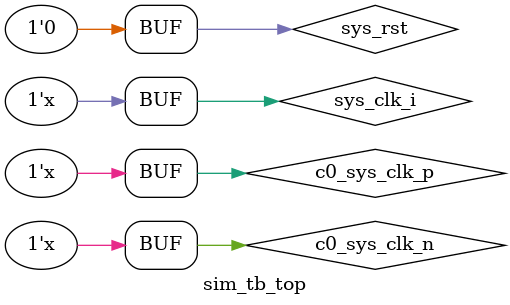
<source format=sv>


/******************************************************************************
// (c) Copyright 2013 - 2014 Xilinx, Inc. All rights reserved.
//
// This file contains confidential and proprietary information
// of Xilinx, Inc. and is protected under U.S. and
// international copyright and other intellectual property
// laws.
//
// DISCLAIMER
// This disclaimer is not a license and does not grant any
// rights to the materials distributed herewith. Except as
// otherwise provided in a valid license issued to you by
// Xilinx, and to the maximum extent permitted by applicable
// law: (1) THESE MATERIALS ARE MADE AVAILABLE "AS IS" AND
// WITH ALL FAULTS, AND XILINX HEREBY DISCLAIMS ALL WARRANTIES
// AND CONDITIONS, EXPRESS, IMPLIED, OR STATUTORY, INCLUDING
// BUT NOT LIMITED TO WARRANTIES OF MERCHANTABILITY, NON-
// INFRINGEMENT, OR FITNESS FOR ANY PARTICULAR PURPOSE; and
// (2) Xilinx shall not be liable (whether in contract or tort,
// including negligence, or under any other theory of
// liability) for any loss or damage of any kind or nature
// related to, arising under or in connection with these
// materials, including for any direct, or any indirect,
// special, incidental, or consequential loss or damage
// (including loss of data, profits, goodwill, or any type of
// loss or damage suffered as a result of any action brought
// by a third party) even if such damage or loss was
// reasonably foreseeable or Xilinx had been advised of the
// possibility of the same.
//
// CRITICAL APPLICATIONS
// Xilinx products are not designed or intended to be fail-
// safe, or for use in any application requiring fail-safe
// performance, such as life-support or safety devices or
// systems, Class III medical devices, nuclear facilities,
// applications related to the deployment of airbags, or any
// other applications that could lead to death, personal
// injury, or severe property or environmental damage
// (individually and collectively, "Critical
// Applications"). Customer assumes the sole risk and
// liability of any use of Xilinx products in Critical
// Applications, subject only to applicable laws and
// regulations governing limitations on product liability.
//
// THIS COPYRIGHT NOTICE AND DISCLAIMER MUST BE RETAINED AS
// PART OF THIS FILE AT ALL TIMES.
******************************************************************************/
//   ____  ____
//  /   /\/   /
// /___/  \  /    Vendor             : Xilinx
// \   \   \/     Version            : 1.2
//  \   \         Application        : QDRIV
//  /   /         Filename           : sim_tb_top.sv
// /___/   /\     Date Last Modified : $Date: 2014/09/03 $
// \   \  /  \    Date Created       : Thu Apr 18 2013
//  \___\/\___\
//
// Device           : UltraScale
// Design Name      : QDRIV_SRAM
// Purpose          :
//                   Top-level testbench for testing Memory interface.
//                   Instantiates:
//                     1. IP_TOP (top-level representing FPGA, contains core,
//                        clocking, built-in testbench/memory checker and other
//                        support structures)
//                     2. Memory Model
//                     3. Miscellaneous clock generation and reset logic
// Reference        :
// Revision History :
//*****************************************************************************

`timescale 1ps/1ps

`ifdef XILINX_SIMULATOR
module short(in1, in1);
inout in1;
endmodule
`endif

module sim_tb_top;

// Input clock period
  localparam NUM_DEVICES      = 1;
  localparam MEM_DEVICE_WIDTH = 36;
  localparam BURST_LEN        = 2;
  localparam ADDR_WIDTH       = 21;
  localparam DATA_WIDTH       = 36;
  localparam MEM_LATENCY      = "8";
  localparam APP_DATA_WIDTH   = 288;
  localparam APP_ADDR_WIDTH   = 21;
  localparam CLKIN_PERIOD     = 14259;
  localparam tCK              = 938;


reg                       sys_rst;
reg                       sys_clk_i;


wire          c0_sys_clk_p;
wire          c0_sys_clk_n;
wire [NUM_DEVICES -1:0]    c0_qdriv_ck_p;
wire [NUM_DEVICES -1:0]    c0_qdriv_ck_n;
wire [ADDR_WIDTH -1 :0 ]   c0_qdriv_a;
wire                       c0_qdriv_ainv;
wire                       c0_qdriv_lda_n;
wire                       c0_qdriv_ldb_n;
wire                       c0_qdriv_rwa_n;
wire                       c0_qdriv_rwb_n;
wire                       c0_qdriv_ap;
wire                       c0_qdriv_pe_n;
wire                       c0_qdriv_cfg_n;
wire                       c0_qdriv_rst_n;
wire                       c0_qdriv_lbk0_n;
wire                       c0_qdriv_lbk1_n;
wire [(NUM_DEVICES*2)-1:0] c0_qdriv_dka_p;
wire [(NUM_DEVICES*2)-1:0] c0_qdriv_dka_n;
wire [(NUM_DEVICES*2)-1:0] c0_qdriv_dkb_p;
wire [(NUM_DEVICES*2)-1:0] c0_qdriv_dkb_n;
wire [(NUM_DEVICES*2)-1:0] c0_qdriv_qka_p;
wire [(NUM_DEVICES*2)-1:0] c0_qdriv_qka_n;
wire [(NUM_DEVICES*2)-1:0] c0_qdriv_qkb_p;
wire [(NUM_DEVICES*2)-1:0] c0_qdriv_qkb_n;
reg [(NUM_DEVICES*2)-1:0] c0_qdriv_qka_p_delay;
reg [(NUM_DEVICES*2)-1:0] c0_qdriv_qka_n_delay;
reg [(NUM_DEVICES*2)-1:0] c0_qdriv_qkb_p_delay;
reg [(NUM_DEVICES*2)-1:0] c0_qdriv_qkb_n_delay;
wire [DATA_WIDTH -1 :0]    c0_qdriv_dqa;
wire [DATA_WIDTH -1 :0]    c0_qdriv_dqb;
//wire [(NUM_DEVICES*2)-1:0] c0_qdriv_dinva;
//wire [(NUM_DEVICES*2)-1:0] c0_qdriv_dinvb;
wire [(NUM_DEVICES*2)-1:0] c0_qdriv_qvlda;
wire [(NUM_DEVICES*2)-1:0] c0_qdriv_qvldb;
wire          c0_init_calib_complete;
wire          c0_data_compare_error;



  //**************************************************************************//
  // Reset Generation
  //**************************************************************************//
  initial begin
     sys_rst = 1'b0;
     #200
     sys_rst = 1'b1;
     #200;
     sys_rst = 1'b0;
     #100;
  end

  //**************************************************************************//
  // Clock Generation
  //**************************************************************************//

  initial
    sys_clk_i = 1'b0;
  always
    sys_clk_i = #(CLKIN_PERIOD/2.0) ~sys_clk_i;

  assign c0_sys_clk_p = sys_clk_i;
  assign c0_sys_clk_n = ~sys_clk_i;
  //===========================================================================
  //                         FPGA Memory Controller instantiation
  //===========================================================================

  example_top # (
    .NUM_DEVICES    (NUM_DEVICES),
    .ADDR_WIDTH     (ADDR_WIDTH),
    .DATA_WIDTH     (DATA_WIDTH),
    .APP_DATA_WIDTH (APP_DATA_WIDTH),
    .APP_ADDR_WIDTH (APP_ADDR_WIDTH)
  ) u_example_top (
    .sys_rst           (sys_rst),
    .c0_sys_clk_p                  (c0_sys_clk_p),
    .c0_sys_clk_n                  (c0_sys_clk_n),
    .c0_qdriv_ck_p          (c0_qdriv_ck_p),
    .c0_qdriv_ck_n          (c0_qdriv_ck_n),
    .c0_qdriv_a             (c0_qdriv_a),
    .c0_qdriv_ainv          (c0_qdriv_ainv),
    .c0_qdriv_lda_n         (c0_qdriv_lda_n),
    .c0_qdriv_ldb_n         (c0_qdriv_ldb_n),
    .c0_qdriv_rwa_n         (c0_qdriv_rwa_n),
    .c0_qdriv_rwb_n         (c0_qdriv_rwb_n),
    .c0_qdriv_ap            (c0_qdriv_ap),
    .c0_qdriv_pe_n          (c0_qdriv_pe_n),
    .c0_qdriv_cfg_n         (c0_qdriv_cfg_n),
    .c0_qdriv_rst_n         (c0_qdriv_rst_n),
    .c0_qdriv_lbk0_n        (c0_qdriv_lbk0_n),
    .c0_qdriv_lbk1_n        (c0_qdriv_lbk1_n),
    .c0_qdriv_dka_p         (c0_qdriv_dka_p),
    .c0_qdriv_dka_n         (c0_qdriv_dka_n),
    .c0_qdriv_dkb_p         (c0_qdriv_dkb_p),
    .c0_qdriv_dkb_n         (c0_qdriv_dkb_n),
//    .c0_qdriv_qka_p         (c0_qdriv_qka_p),
//    .c0_qdriv_qka_n         (c0_qdriv_qka_n),
//    .c0_qdriv_qkb_p         (c0_qdriv_qkb_p),
//    .c0_qdriv_qkb_n         (c0_qdriv_qkb_n),
    .c0_qdriv_qka_p         (c0_qdriv_qka_p_delay),
    .c0_qdriv_qka_n         (c0_qdriv_qka_n_delay),
    .c0_qdriv_qkb_p         (c0_qdriv_qkb_p_delay),
    .c0_qdriv_qkb_n         (c0_qdriv_qkb_n_delay),
    .c0_qdriv_dqa           (c0_qdriv_dqa),
    .c0_qdriv_dqb           (c0_qdriv_dqb),
//    .c0_qdriv_dinva         (c0_qdriv_dinva),
//    .c0_qdriv_dinvb         (c0_qdriv_dinvb),
    .c0_qdriv_qvlda         (c0_qdriv_qvlda),
    .c0_qdriv_qvldb         (c0_qdriv_qvldb),
    .c0_init_calib_complete        (c0_init_calib_complete),
    .c0_data_compare_error    (c0_data_compare_error)
    );

  always @(*) begin
    c0_qdriv_qka_p_delay <= #(tCK/4) c0_qdriv_qka_p;
    c0_qdriv_qka_n_delay <= #(tCK/4) c0_qdriv_qka_n;
    c0_qdriv_qkb_p_delay <= #(tCK/4) c0_qdriv_qkb_p;
    c0_qdriv_qkb_n_delay <= #(tCK/4) c0_qdriv_qkb_n;
  end
	
  //===========================================================================
  //                         Memory Model instantiation
  //==========================================================================
   qdr4_beh QDRIV_MEM (
     .ck    (c0_qdriv_ck_p),
     .ck_   (c0_qdriv_ck_n),
     .addr  (c0_qdriv_a),
     .ainv  (c0_qdriv_ainv),
     .ap    (c0_qdriv_ap),
     .pe_   (c0_qdriv_pe_n),
     .lda_  (c0_qdriv_lda_n),
     .ldb_  (c0_qdriv_ldb_n),
     .rwa_  (c0_qdriv_rwa_n),
     .rwb_  (c0_qdriv_rwb_n),
     .dka   (c0_qdriv_dka_p),
     .dka_  (c0_qdriv_dka_n),
     .dkb   (c0_qdriv_dkb_p),
     .dkb_  (c0_qdriv_dkb_n),
     .qka   (c0_qdriv_qka_p),
     .qka_  (c0_qdriv_qka_n),
     .qkb   (c0_qdriv_qkb_p),
     .qkb_  (c0_qdriv_qkb_n),
     .qvlda (c0_qdriv_qvlda),
     .qvldb (c0_qdriv_qvldb),
     .dqa   (c0_qdriv_dqa),
//     .dinva (c0_qdriv_dinva),
     .dinva (),
     .dqb   (c0_qdriv_dqb),
//     .dinvb (c0_qdriv_dinvb),
     .dinvb (),
     .zq    (),
     .rst_  (c0_qdriv_rst_n),
     .cfg_  (c0_qdriv_cfg_n),
     .lbk0_ (c0_qdriv_lbk0_n),
     .lbk1_ (c0_qdriv_lbk1_n),
     .trst_ (1'b0),
     .tck   (1'b0),
     .tms   (1'b0),
     .tdi   (1'b0),
     .tdo   ()
     );



endmodule

</source>
